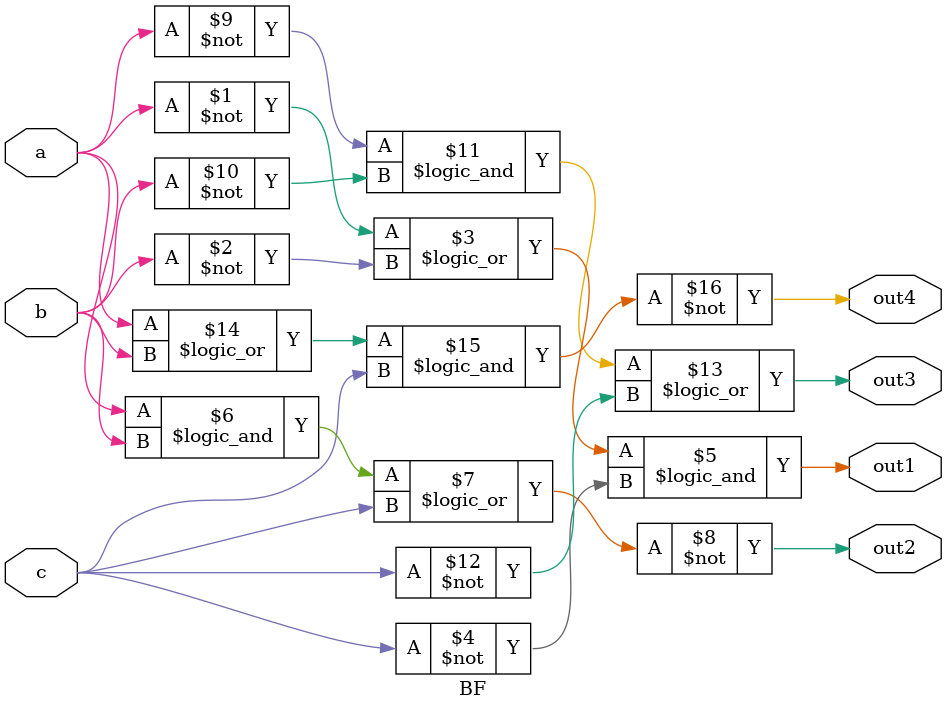
<source format=v>
`timescale 1ns / 1ps

module BF(
    input a,
    input b,
    input c,
    output out1,
    output out2,
    output out3,
    output out4
    );

assign out1 = ((~a)||(~b))&&(~c);
assign out2 = ~((a&&b)||c);
assign out3 = ((~a)&&(~b))||(~c);
assign out4 = ~((a||b)&&c);

endmodule

</source>
